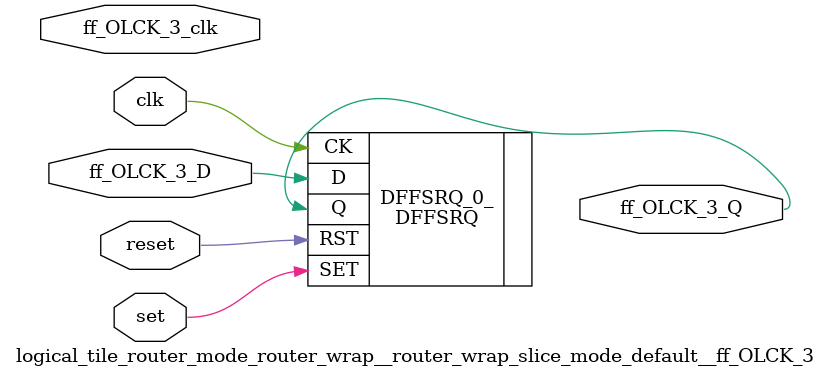
<source format=v>
`default_nettype none

module logical_tile_router_mode_router_wrap__router_wrap_slice_mode_default__ff_OLCK_3(set,
                                                                                       reset,
                                                                                       clk,
                                                                                       ff_OLCK_3_D,
                                                                                       ff_OLCK_3_Q,
                                                                                       ff_OLCK_3_clk);
//----- GLOBAL PORTS -----
input [0:0] set;
//----- GLOBAL PORTS -----
input [0:0] reset;
//----- GLOBAL PORTS -----
input [0:0] clk;
//----- INPUT PORTS -----
input [0:0] ff_OLCK_3_D;
//----- OUTPUT PORTS -----
output [0:0] ff_OLCK_3_Q;
//----- CLOCK PORTS -----
input [0:0] ff_OLCK_3_clk;

//----- BEGIN wire-connection ports -----
wire [0:0] ff_OLCK_3_D;
wire [0:0] ff_OLCK_3_Q;
wire [0:0] ff_OLCK_3_clk;
//----- END wire-connection ports -----


//----- BEGIN Registered ports -----
//----- END Registered ports -----



// ----- BEGIN Local short connections -----
// ----- END Local short connections -----
// ----- BEGIN Local output short connections -----
// ----- END Local output short connections -----

	DFFSRQ DFFSRQ_0_ (
		.SET(set),
		.RST(reset),
		.CK(clk),
		.D(ff_OLCK_3_D),
		.Q(ff_OLCK_3_Q));

endmodule
// ----- END Verilog module for logical_tile_router_mode_router_wrap__router_wrap_slice_mode_default__ff_OLCK_3 -----

//----- Default net type -----
`default_nettype wire




</source>
